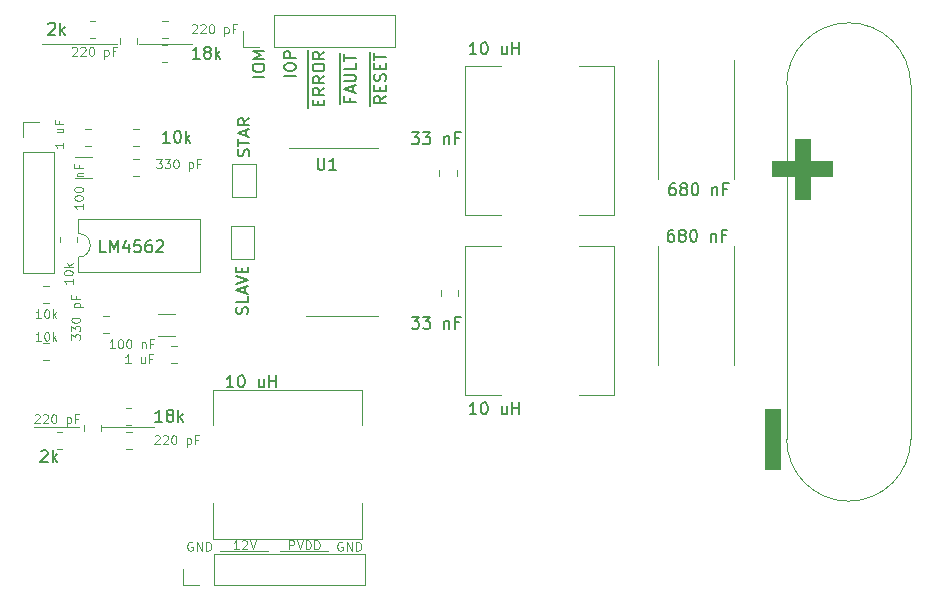
<source format=gbr>
%TF.GenerationSoftware,KiCad,Pcbnew,(5.1.9)-1*%
%TF.CreationDate,2021-11-30T23:52:57-06:00*%
%TF.ProjectId,Discrete_Channel,44697363-7265-4746-955f-4368616e6e65,rev?*%
%TF.SameCoordinates,Original*%
%TF.FileFunction,Legend,Top*%
%TF.FilePolarity,Positive*%
%FSLAX46Y46*%
G04 Gerber Fmt 4.6, Leading zero omitted, Abs format (unit mm)*
G04 Created by KiCad (PCBNEW (5.1.9)-1) date 2021-11-30 23:52:57*
%MOMM*%
%LPD*%
G01*
G04 APERTURE LIST*
%ADD10C,0.100000*%
%ADD11C,0.120000*%
%ADD12C,0.150000*%
G04 APERTURE END LIST*
D10*
X128206571Y-108464000D02*
X128135142Y-108428285D01*
X128028000Y-108428285D01*
X127920857Y-108464000D01*
X127849428Y-108535428D01*
X127813714Y-108606857D01*
X127778000Y-108749714D01*
X127778000Y-108856857D01*
X127813714Y-108999714D01*
X127849428Y-109071142D01*
X127920857Y-109142571D01*
X128028000Y-109178285D01*
X128099428Y-109178285D01*
X128206571Y-109142571D01*
X128242285Y-109106857D01*
X128242285Y-108856857D01*
X128099428Y-108856857D01*
X128563714Y-109178285D02*
X128563714Y-108428285D01*
X128992285Y-109178285D01*
X128992285Y-108428285D01*
X129349428Y-109178285D02*
X129349428Y-108428285D01*
X129528000Y-108428285D01*
X129635142Y-108464000D01*
X129706571Y-108535428D01*
X129742285Y-108606857D01*
X129778000Y-108749714D01*
X129778000Y-108856857D01*
X129742285Y-108999714D01*
X129706571Y-109071142D01*
X129635142Y-109142571D01*
X129528000Y-109178285D01*
X129349428Y-109178285D01*
X140906571Y-108464000D02*
X140835142Y-108428285D01*
X140728000Y-108428285D01*
X140620857Y-108464000D01*
X140549428Y-108535428D01*
X140513714Y-108606857D01*
X140478000Y-108749714D01*
X140478000Y-108856857D01*
X140513714Y-108999714D01*
X140549428Y-109071142D01*
X140620857Y-109142571D01*
X140728000Y-109178285D01*
X140799428Y-109178285D01*
X140906571Y-109142571D01*
X140942285Y-109106857D01*
X140942285Y-108856857D01*
X140799428Y-108856857D01*
X141263714Y-109178285D02*
X141263714Y-108428285D01*
X141692285Y-109178285D01*
X141692285Y-108428285D01*
X142049428Y-109178285D02*
X142049428Y-108428285D01*
X142228000Y-108428285D01*
X142335142Y-108464000D01*
X142406571Y-108535428D01*
X142442285Y-108606857D01*
X142478000Y-108749714D01*
X142478000Y-108856857D01*
X142442285Y-108999714D01*
X142406571Y-109071142D01*
X142335142Y-109142571D01*
X142228000Y-109178285D01*
X142049428Y-109178285D01*
D11*
X130556000Y-109220000D02*
X134620000Y-109220000D01*
X135636000Y-109220000D02*
X139700000Y-109220000D01*
D10*
X136400142Y-109051285D02*
X136400142Y-108301285D01*
X136685857Y-108301285D01*
X136757285Y-108337000D01*
X136793000Y-108372714D01*
X136828714Y-108444142D01*
X136828714Y-108551285D01*
X136793000Y-108622714D01*
X136757285Y-108658428D01*
X136685857Y-108694142D01*
X136400142Y-108694142D01*
X137043000Y-108301285D02*
X137293000Y-109051285D01*
X137543000Y-108301285D01*
X137793000Y-109051285D02*
X137793000Y-108301285D01*
X137971571Y-108301285D01*
X138078714Y-108337000D01*
X138150142Y-108408428D01*
X138185857Y-108479857D01*
X138221571Y-108622714D01*
X138221571Y-108729857D01*
X138185857Y-108872714D01*
X138150142Y-108944142D01*
X138078714Y-109015571D01*
X137971571Y-109051285D01*
X137793000Y-109051285D01*
X138543000Y-109051285D02*
X138543000Y-108301285D01*
X138721571Y-108301285D01*
X138828714Y-108337000D01*
X138900142Y-108408428D01*
X138935857Y-108479857D01*
X138971571Y-108622714D01*
X138971571Y-108729857D01*
X138935857Y-108872714D01*
X138900142Y-108944142D01*
X138828714Y-109015571D01*
X138721571Y-109051285D01*
X138543000Y-109051285D01*
X132123714Y-109051285D02*
X131695142Y-109051285D01*
X131909428Y-109051285D02*
X131909428Y-108301285D01*
X131838000Y-108408428D01*
X131766571Y-108479857D01*
X131695142Y-108515571D01*
X132409428Y-108372714D02*
X132445142Y-108337000D01*
X132516571Y-108301285D01*
X132695142Y-108301285D01*
X132766571Y-108337000D01*
X132802285Y-108372714D01*
X132838000Y-108444142D01*
X132838000Y-108515571D01*
X132802285Y-108622714D01*
X132373714Y-109051285D01*
X132838000Y-109051285D01*
X133052285Y-108301285D02*
X133302285Y-109051285D01*
X133552285Y-108301285D01*
D12*
X143230000Y-71476904D02*
X143230000Y-70476904D01*
X144597380Y-70667380D02*
X144121190Y-71000714D01*
X144597380Y-71238809D02*
X143597380Y-71238809D01*
X143597380Y-70857857D01*
X143645000Y-70762619D01*
X143692619Y-70715000D01*
X143787857Y-70667380D01*
X143930714Y-70667380D01*
X144025952Y-70715000D01*
X144073571Y-70762619D01*
X144121190Y-70857857D01*
X144121190Y-71238809D01*
X143230000Y-70476904D02*
X143230000Y-69572142D01*
X144073571Y-70238809D02*
X144073571Y-69905476D01*
X144597380Y-69762619D02*
X144597380Y-70238809D01*
X143597380Y-70238809D01*
X143597380Y-69762619D01*
X143230000Y-69572142D02*
X143230000Y-68619761D01*
X144549761Y-69381666D02*
X144597380Y-69238809D01*
X144597380Y-69000714D01*
X144549761Y-68905476D01*
X144502142Y-68857857D01*
X144406904Y-68810238D01*
X144311666Y-68810238D01*
X144216428Y-68857857D01*
X144168809Y-68905476D01*
X144121190Y-69000714D01*
X144073571Y-69191190D01*
X144025952Y-69286428D01*
X143978333Y-69334047D01*
X143883095Y-69381666D01*
X143787857Y-69381666D01*
X143692619Y-69334047D01*
X143645000Y-69286428D01*
X143597380Y-69191190D01*
X143597380Y-68953095D01*
X143645000Y-68810238D01*
X143230000Y-68619761D02*
X143230000Y-67715000D01*
X144073571Y-68381666D02*
X144073571Y-68048333D01*
X144597380Y-67905476D02*
X144597380Y-68381666D01*
X143597380Y-68381666D01*
X143597380Y-67905476D01*
X143230000Y-67715000D02*
X143230000Y-66953095D01*
X143597380Y-67619761D02*
X143597380Y-67048333D01*
X144597380Y-67334047D02*
X143597380Y-67334047D01*
X140690000Y-71381666D02*
X140690000Y-70524523D01*
X141533571Y-70810238D02*
X141533571Y-71143571D01*
X142057380Y-71143571D02*
X141057380Y-71143571D01*
X141057380Y-70667380D01*
X140690000Y-70524523D02*
X140690000Y-69667380D01*
X141771666Y-70334047D02*
X141771666Y-69857857D01*
X142057380Y-70429285D02*
X141057380Y-70095952D01*
X142057380Y-69762619D01*
X140690000Y-69667380D02*
X140690000Y-68619761D01*
X141057380Y-69429285D02*
X141866904Y-69429285D01*
X141962142Y-69381666D01*
X142009761Y-69334047D01*
X142057380Y-69238809D01*
X142057380Y-69048333D01*
X142009761Y-68953095D01*
X141962142Y-68905476D01*
X141866904Y-68857857D01*
X141057380Y-68857857D01*
X140690000Y-68619761D02*
X140690000Y-67810238D01*
X142057380Y-67905476D02*
X142057380Y-68381666D01*
X141057380Y-68381666D01*
X140690000Y-67810238D02*
X140690000Y-67048333D01*
X141057380Y-67715000D02*
X141057380Y-67143571D01*
X142057380Y-67429285D02*
X141057380Y-67429285D01*
X138023000Y-71691190D02*
X138023000Y-70786428D01*
X138866571Y-71453095D02*
X138866571Y-71119761D01*
X139390380Y-70976904D02*
X139390380Y-71453095D01*
X138390380Y-71453095D01*
X138390380Y-70976904D01*
X138023000Y-70786428D02*
X138023000Y-69786428D01*
X139390380Y-69976904D02*
X138914190Y-70310238D01*
X139390380Y-70548333D02*
X138390380Y-70548333D01*
X138390380Y-70167380D01*
X138438000Y-70072142D01*
X138485619Y-70024523D01*
X138580857Y-69976904D01*
X138723714Y-69976904D01*
X138818952Y-70024523D01*
X138866571Y-70072142D01*
X138914190Y-70167380D01*
X138914190Y-70548333D01*
X138023000Y-69786428D02*
X138023000Y-68786428D01*
X139390380Y-68976904D02*
X138914190Y-69310238D01*
X139390380Y-69548333D02*
X138390380Y-69548333D01*
X138390380Y-69167380D01*
X138438000Y-69072142D01*
X138485619Y-69024523D01*
X138580857Y-68976904D01*
X138723714Y-68976904D01*
X138818952Y-69024523D01*
X138866571Y-69072142D01*
X138914190Y-69167380D01*
X138914190Y-69548333D01*
X138023000Y-68786428D02*
X138023000Y-67738809D01*
X138390380Y-68357857D02*
X138390380Y-68167380D01*
X138438000Y-68072142D01*
X138533238Y-67976904D01*
X138723714Y-67929285D01*
X139057047Y-67929285D01*
X139247523Y-67976904D01*
X139342761Y-68072142D01*
X139390380Y-68167380D01*
X139390380Y-68357857D01*
X139342761Y-68453095D01*
X139247523Y-68548333D01*
X139057047Y-68595952D01*
X138723714Y-68595952D01*
X138533238Y-68548333D01*
X138438000Y-68453095D01*
X138390380Y-68357857D01*
X138023000Y-67738809D02*
X138023000Y-66738809D01*
X139390380Y-66929285D02*
X138914190Y-67262619D01*
X139390380Y-67500714D02*
X138390380Y-67500714D01*
X138390380Y-67119761D01*
X138438000Y-67024523D01*
X138485619Y-66976904D01*
X138580857Y-66929285D01*
X138723714Y-66929285D01*
X138818952Y-66976904D01*
X138866571Y-67024523D01*
X138914190Y-67119761D01*
X138914190Y-67500714D01*
X136977380Y-68968809D02*
X135977380Y-68968809D01*
X135977380Y-68302142D02*
X135977380Y-68111666D01*
X136025000Y-68016428D01*
X136120238Y-67921190D01*
X136310714Y-67873571D01*
X136644047Y-67873571D01*
X136834523Y-67921190D01*
X136929761Y-68016428D01*
X136977380Y-68111666D01*
X136977380Y-68302142D01*
X136929761Y-68397380D01*
X136834523Y-68492619D01*
X136644047Y-68540238D01*
X136310714Y-68540238D01*
X136120238Y-68492619D01*
X136025000Y-68397380D01*
X135977380Y-68302142D01*
X136977380Y-67445000D02*
X135977380Y-67445000D01*
X135977380Y-67064047D01*
X136025000Y-66968809D01*
X136072619Y-66921190D01*
X136167857Y-66873571D01*
X136310714Y-66873571D01*
X136405952Y-66921190D01*
X136453571Y-66968809D01*
X136501190Y-67064047D01*
X136501190Y-67445000D01*
X134310380Y-69040238D02*
X133310380Y-69040238D01*
X133310380Y-68373571D02*
X133310380Y-68183095D01*
X133358000Y-68087857D01*
X133453238Y-67992619D01*
X133643714Y-67945000D01*
X133977047Y-67945000D01*
X134167523Y-67992619D01*
X134262761Y-68087857D01*
X134310380Y-68183095D01*
X134310380Y-68373571D01*
X134262761Y-68468809D01*
X134167523Y-68564047D01*
X133977047Y-68611666D01*
X133643714Y-68611666D01*
X133453238Y-68564047D01*
X133358000Y-68468809D01*
X133310380Y-68373571D01*
X134310380Y-67516428D02*
X133310380Y-67516428D01*
X134024666Y-67183095D01*
X133310380Y-66849761D01*
X134310380Y-66849761D01*
D11*
X123698000Y-66294000D02*
X128143000Y-66294000D01*
X121793000Y-66294000D02*
X115443000Y-66294000D01*
X118618000Y-98679000D02*
X114808000Y-98679000D01*
X120523000Y-98679000D02*
X124968000Y-98679000D01*
D10*
G36*
X177927000Y-102235000D02*
G01*
X176657000Y-102235000D01*
X176657000Y-97155000D01*
X177927000Y-97155000D01*
X177927000Y-102235000D01*
G37*
X177927000Y-102235000D02*
X176657000Y-102235000D01*
X176657000Y-97155000D01*
X177927000Y-97155000D01*
X177927000Y-102235000D01*
G36*
X182372000Y-77470000D02*
G01*
X177292000Y-77470000D01*
X177292000Y-76200000D01*
X182372000Y-76200000D01*
X182372000Y-77470000D01*
G37*
X182372000Y-77470000D02*
X177292000Y-77470000D01*
X177292000Y-76200000D01*
X182372000Y-76200000D01*
X182372000Y-77470000D01*
G36*
X180467000Y-79375000D02*
G01*
X179197000Y-79375000D01*
X179197000Y-74295000D01*
X180467000Y-74295000D01*
X180467000Y-79375000D01*
G37*
X180467000Y-79375000D02*
X179197000Y-79375000D01*
X179197000Y-74295000D01*
X180467000Y-74295000D01*
X180467000Y-79375000D01*
D11*
%TO.C,U1*%
X140843000Y-75041500D02*
X136343000Y-75041500D01*
X140843000Y-75041500D02*
X143893000Y-75041500D01*
X140843000Y-89296500D02*
X137793000Y-89296500D01*
X140843000Y-89296500D02*
X143893000Y-89296500D01*
%TO.C,C31*%
X174065000Y-93408000D02*
X174065000Y-83375000D01*
X167588000Y-83375000D02*
X167588000Y-93408000D01*
%TO.C,C30*%
X174065000Y-77660000D02*
X174065000Y-67627000D01*
X167588000Y-67627000D02*
X167588000Y-77660000D01*
%TO.C,C10*%
X119662752Y-74903000D02*
X119140248Y-74903000D01*
X119662752Y-73433000D02*
X119140248Y-73433000D01*
%TO.C,C11*%
X126357748Y-93318000D02*
X126880252Y-93318000D01*
X126357748Y-91848000D02*
X126880252Y-91848000D01*
%TO.C,C12*%
X119710252Y-75798000D02*
X118287748Y-75798000D01*
X119710252Y-77618000D02*
X118287748Y-77618000D01*
%TO.C,C13*%
X125272748Y-89133000D02*
X126695252Y-89133000D01*
X125272748Y-90953000D02*
X126695252Y-90953000D01*
%TO.C,C19*%
X121165252Y-89308000D02*
X120642748Y-89308000D01*
X121165252Y-90778000D02*
X120642748Y-90778000D01*
%TO.C,C18*%
X123705252Y-77443000D02*
X123182748Y-77443000D01*
X123705252Y-75973000D02*
X123182748Y-75973000D01*
%TO.C,C22*%
X150722000Y-87637252D02*
X150722000Y-87114748D01*
X149252000Y-87637252D02*
X149252000Y-87114748D01*
%TO.C,C24*%
X150595000Y-76954748D02*
X150595000Y-77477252D01*
X149125000Y-76954748D02*
X149125000Y-77477252D01*
%TO.C,C26*%
X122074000Y-66301252D02*
X122074000Y-65778748D01*
X123544000Y-66301252D02*
X123544000Y-65778748D01*
%TO.C,C27*%
X120496000Y-98544748D02*
X120496000Y-99067252D01*
X119026000Y-98544748D02*
X119026000Y-99067252D01*
%TO.C,C28*%
X125595748Y-65759000D02*
X126118252Y-65759000D01*
X125595748Y-64289000D02*
X126118252Y-64289000D01*
%TO.C,C29*%
X122547748Y-99087000D02*
X123070252Y-99087000D01*
X122547748Y-100557000D02*
X123070252Y-100557000D01*
%TO.C,J1*%
X132528000Y-66481000D02*
X132528000Y-65151000D01*
X133858000Y-66481000D02*
X132528000Y-66481000D01*
X135128000Y-66481000D02*
X135128000Y-63821000D01*
X135128000Y-63821000D02*
X145348000Y-63821000D01*
X135128000Y-66481000D02*
X145348000Y-66481000D01*
X145348000Y-66481000D02*
X145348000Y-63821000D01*
%TO.C,J3*%
X113859000Y-85658000D02*
X116519000Y-85658000D01*
X113859000Y-75438000D02*
X113859000Y-85658000D01*
X116519000Y-75438000D02*
X116519000Y-85658000D01*
X113859000Y-75438000D02*
X116519000Y-75438000D01*
X113859000Y-74168000D02*
X113859000Y-72838000D01*
X113859000Y-72838000D02*
X115189000Y-72838000D01*
%TO.C,L1*%
X129971000Y-108154000D02*
X129971000Y-105154000D01*
X142571000Y-108154000D02*
X129971000Y-108154000D01*
X142571000Y-105154000D02*
X142571000Y-108154000D01*
X142571000Y-95554000D02*
X142571000Y-98554000D01*
X129971000Y-95554000D02*
X142571000Y-95554000D01*
X129971000Y-98554000D02*
X129971000Y-95554000D01*
%TO.C,L2*%
X151307000Y-68122000D02*
X154307000Y-68122000D01*
X151307000Y-80722000D02*
X151307000Y-68122000D01*
X154307000Y-80722000D02*
X151307000Y-80722000D01*
X163907000Y-80722000D02*
X160907000Y-80722000D01*
X163907000Y-68122000D02*
X163907000Y-80722000D01*
X160907000Y-68122000D02*
X163907000Y-68122000D01*
%TO.C,L4*%
X163907000Y-95962000D02*
X160907000Y-95962000D01*
X163907000Y-83362000D02*
X163907000Y-95962000D01*
X160907000Y-83362000D02*
X163907000Y-83362000D01*
X151307000Y-83362000D02*
X154307000Y-83362000D01*
X151307000Y-95962000D02*
X151307000Y-83362000D01*
X154307000Y-95962000D02*
X151307000Y-95962000D01*
%TO.C,R5*%
X115596936Y-86768000D02*
X116051064Y-86768000D01*
X115596936Y-88238000D02*
X116051064Y-88238000D01*
%TO.C,R6*%
X116994000Y-82576936D02*
X116994000Y-83031064D01*
X118464000Y-82576936D02*
X118464000Y-83031064D01*
%TO.C,R8*%
X116051064Y-93064000D02*
X115596936Y-93064000D01*
X116051064Y-91594000D02*
X115596936Y-91594000D01*
%TO.C,R7*%
X123216936Y-74903000D02*
X123671064Y-74903000D01*
X123216936Y-73433000D02*
X123671064Y-73433000D01*
%TO.C,R9*%
X125629936Y-67791000D02*
X126084064Y-67791000D01*
X125629936Y-66321000D02*
X126084064Y-66321000D01*
%TO.C,R10*%
X123036064Y-97055000D02*
X122581936Y-97055000D01*
X123036064Y-98525000D02*
X122581936Y-98525000D01*
%TO.C,R11*%
X119988064Y-65759000D02*
X119533936Y-65759000D01*
X119988064Y-64289000D02*
X119533936Y-64289000D01*
%TO.C,R12*%
X117194064Y-100557000D02*
X116739936Y-100557000D01*
X117194064Y-99087000D02*
X116739936Y-99087000D01*
%TO.C,J2*%
X127448000Y-112074000D02*
X127448000Y-110744000D01*
X128778000Y-112074000D02*
X127448000Y-112074000D01*
X130048000Y-112074000D02*
X130048000Y-109414000D01*
X130048000Y-109414000D02*
X142808000Y-109414000D01*
X130048000Y-112074000D02*
X142808000Y-112074000D01*
X142808000Y-112074000D02*
X142808000Y-109414000D01*
%TO.C,U2*%
X118558000Y-81062000D02*
X118558000Y-82312000D01*
X128838000Y-81062000D02*
X118558000Y-81062000D01*
X128838000Y-85562000D02*
X128838000Y-81062000D01*
X118558000Y-85562000D02*
X128838000Y-85562000D01*
X118558000Y-84312000D02*
X118558000Y-85562000D01*
X118558000Y-82312000D02*
G75*
G02*
X118558000Y-84312000I0J-1000000D01*
G01*
%TO.C,J4*%
X178519000Y-69723000D02*
X178519000Y-99723000D01*
X189019000Y-99723000D02*
X189019000Y-69723000D01*
X178519000Y-99723000D02*
G75*
G03*
X189019000Y-99723000I5250000J0D01*
G01*
X189019000Y-69723000D02*
G75*
G03*
X178519000Y-69723000I-5250000J0D01*
G01*
%TO.C,SLAVE*%
X131461000Y-81673000D02*
X133461000Y-81673000D01*
X131461000Y-84473000D02*
X131461000Y-81673000D01*
X133461000Y-84473000D02*
X131461000Y-84473000D01*
X133461000Y-81673000D02*
X133461000Y-84473000D01*
%TO.C,STAR*%
X133588000Y-76451000D02*
X133588000Y-79251000D01*
X133588000Y-79251000D02*
X131588000Y-79251000D01*
X131588000Y-79251000D02*
X131588000Y-76451000D01*
X131588000Y-76451000D02*
X133588000Y-76451000D01*
%TO.C,U1*%
D12*
X138811095Y-75906380D02*
X138811095Y-76715904D01*
X138858714Y-76811142D01*
X138906333Y-76858761D01*
X139001571Y-76906380D01*
X139192047Y-76906380D01*
X139287285Y-76858761D01*
X139334904Y-76811142D01*
X139382523Y-76715904D01*
X139382523Y-75906380D01*
X140382523Y-76906380D02*
X139811095Y-76906380D01*
X140096809Y-76906380D02*
X140096809Y-75906380D01*
X140001571Y-76049238D01*
X139906333Y-76144476D01*
X139811095Y-76192095D01*
%TO.C,C31*%
X168918190Y-82002380D02*
X168727714Y-82002380D01*
X168632476Y-82050000D01*
X168584857Y-82097619D01*
X168489619Y-82240476D01*
X168442000Y-82430952D01*
X168442000Y-82811904D01*
X168489619Y-82907142D01*
X168537238Y-82954761D01*
X168632476Y-83002380D01*
X168822952Y-83002380D01*
X168918190Y-82954761D01*
X168965809Y-82907142D01*
X169013428Y-82811904D01*
X169013428Y-82573809D01*
X168965809Y-82478571D01*
X168918190Y-82430952D01*
X168822952Y-82383333D01*
X168632476Y-82383333D01*
X168537238Y-82430952D01*
X168489619Y-82478571D01*
X168442000Y-82573809D01*
X169584857Y-82430952D02*
X169489619Y-82383333D01*
X169442000Y-82335714D01*
X169394380Y-82240476D01*
X169394380Y-82192857D01*
X169442000Y-82097619D01*
X169489619Y-82050000D01*
X169584857Y-82002380D01*
X169775333Y-82002380D01*
X169870571Y-82050000D01*
X169918190Y-82097619D01*
X169965809Y-82192857D01*
X169965809Y-82240476D01*
X169918190Y-82335714D01*
X169870571Y-82383333D01*
X169775333Y-82430952D01*
X169584857Y-82430952D01*
X169489619Y-82478571D01*
X169442000Y-82526190D01*
X169394380Y-82621428D01*
X169394380Y-82811904D01*
X169442000Y-82907142D01*
X169489619Y-82954761D01*
X169584857Y-83002380D01*
X169775333Y-83002380D01*
X169870571Y-82954761D01*
X169918190Y-82907142D01*
X169965809Y-82811904D01*
X169965809Y-82621428D01*
X169918190Y-82526190D01*
X169870571Y-82478571D01*
X169775333Y-82430952D01*
X170584857Y-82002380D02*
X170680095Y-82002380D01*
X170775333Y-82050000D01*
X170822952Y-82097619D01*
X170870571Y-82192857D01*
X170918190Y-82383333D01*
X170918190Y-82621428D01*
X170870571Y-82811904D01*
X170822952Y-82907142D01*
X170775333Y-82954761D01*
X170680095Y-83002380D01*
X170584857Y-83002380D01*
X170489619Y-82954761D01*
X170442000Y-82907142D01*
X170394380Y-82811904D01*
X170346761Y-82621428D01*
X170346761Y-82383333D01*
X170394380Y-82192857D01*
X170442000Y-82097619D01*
X170489619Y-82050000D01*
X170584857Y-82002380D01*
X172108666Y-82335714D02*
X172108666Y-83002380D01*
X172108666Y-82430952D02*
X172156285Y-82383333D01*
X172251523Y-82335714D01*
X172394380Y-82335714D01*
X172489619Y-82383333D01*
X172537238Y-82478571D01*
X172537238Y-83002380D01*
X173346761Y-82478571D02*
X173013428Y-82478571D01*
X173013428Y-83002380D02*
X173013428Y-82002380D01*
X173489619Y-82002380D01*
%TO.C,C30*%
X169045190Y-78065380D02*
X168854714Y-78065380D01*
X168759476Y-78113000D01*
X168711857Y-78160619D01*
X168616619Y-78303476D01*
X168569000Y-78493952D01*
X168569000Y-78874904D01*
X168616619Y-78970142D01*
X168664238Y-79017761D01*
X168759476Y-79065380D01*
X168949952Y-79065380D01*
X169045190Y-79017761D01*
X169092809Y-78970142D01*
X169140428Y-78874904D01*
X169140428Y-78636809D01*
X169092809Y-78541571D01*
X169045190Y-78493952D01*
X168949952Y-78446333D01*
X168759476Y-78446333D01*
X168664238Y-78493952D01*
X168616619Y-78541571D01*
X168569000Y-78636809D01*
X169711857Y-78493952D02*
X169616619Y-78446333D01*
X169569000Y-78398714D01*
X169521380Y-78303476D01*
X169521380Y-78255857D01*
X169569000Y-78160619D01*
X169616619Y-78113000D01*
X169711857Y-78065380D01*
X169902333Y-78065380D01*
X169997571Y-78113000D01*
X170045190Y-78160619D01*
X170092809Y-78255857D01*
X170092809Y-78303476D01*
X170045190Y-78398714D01*
X169997571Y-78446333D01*
X169902333Y-78493952D01*
X169711857Y-78493952D01*
X169616619Y-78541571D01*
X169569000Y-78589190D01*
X169521380Y-78684428D01*
X169521380Y-78874904D01*
X169569000Y-78970142D01*
X169616619Y-79017761D01*
X169711857Y-79065380D01*
X169902333Y-79065380D01*
X169997571Y-79017761D01*
X170045190Y-78970142D01*
X170092809Y-78874904D01*
X170092809Y-78684428D01*
X170045190Y-78589190D01*
X169997571Y-78541571D01*
X169902333Y-78493952D01*
X170711857Y-78065380D02*
X170807095Y-78065380D01*
X170902333Y-78113000D01*
X170949952Y-78160619D01*
X170997571Y-78255857D01*
X171045190Y-78446333D01*
X171045190Y-78684428D01*
X170997571Y-78874904D01*
X170949952Y-78970142D01*
X170902333Y-79017761D01*
X170807095Y-79065380D01*
X170711857Y-79065380D01*
X170616619Y-79017761D01*
X170569000Y-78970142D01*
X170521380Y-78874904D01*
X170473761Y-78684428D01*
X170473761Y-78446333D01*
X170521380Y-78255857D01*
X170569000Y-78160619D01*
X170616619Y-78113000D01*
X170711857Y-78065380D01*
X172235666Y-78398714D02*
X172235666Y-79065380D01*
X172235666Y-78493952D02*
X172283285Y-78446333D01*
X172378523Y-78398714D01*
X172521380Y-78398714D01*
X172616619Y-78446333D01*
X172664238Y-78541571D01*
X172664238Y-79065380D01*
X173473761Y-78541571D02*
X173140428Y-78541571D01*
X173140428Y-79065380D02*
X173140428Y-78065380D01*
X173616619Y-78065380D01*
%TO.C,C10*%
D10*
X117280885Y-74646142D02*
X117280885Y-75074714D01*
X117280885Y-74860428D02*
X116530885Y-74860428D01*
X116638028Y-74931857D01*
X116709457Y-75003285D01*
X116745171Y-75074714D01*
X116780885Y-73431857D02*
X117280885Y-73431857D01*
X116780885Y-73753285D02*
X117173742Y-73753285D01*
X117245171Y-73717571D01*
X117280885Y-73646142D01*
X117280885Y-73539000D01*
X117245171Y-73467571D01*
X117209457Y-73431857D01*
X116888028Y-72824714D02*
X116888028Y-73074714D01*
X117280885Y-73074714D02*
X116530885Y-73074714D01*
X116530885Y-72717571D01*
%TO.C,C11*%
X122965857Y-93303285D02*
X122537285Y-93303285D01*
X122751571Y-93303285D02*
X122751571Y-92553285D01*
X122680142Y-92660428D01*
X122608714Y-92731857D01*
X122537285Y-92767571D01*
X124180142Y-92803285D02*
X124180142Y-93303285D01*
X123858714Y-92803285D02*
X123858714Y-93196142D01*
X123894428Y-93267571D01*
X123965857Y-93303285D01*
X124073000Y-93303285D01*
X124144428Y-93267571D01*
X124180142Y-93231857D01*
X124787285Y-92910428D02*
X124537285Y-92910428D01*
X124537285Y-93303285D02*
X124537285Y-92553285D01*
X124894428Y-92553285D01*
%TO.C,C12*%
X118957285Y-79805428D02*
X118957285Y-80234000D01*
X118957285Y-80019714D02*
X118207285Y-80019714D01*
X118314428Y-80091142D01*
X118385857Y-80162571D01*
X118421571Y-80234000D01*
X118207285Y-79341142D02*
X118207285Y-79269714D01*
X118243000Y-79198285D01*
X118278714Y-79162571D01*
X118350142Y-79126857D01*
X118493000Y-79091142D01*
X118671571Y-79091142D01*
X118814428Y-79126857D01*
X118885857Y-79162571D01*
X118921571Y-79198285D01*
X118957285Y-79269714D01*
X118957285Y-79341142D01*
X118921571Y-79412571D01*
X118885857Y-79448285D01*
X118814428Y-79484000D01*
X118671571Y-79519714D01*
X118493000Y-79519714D01*
X118350142Y-79484000D01*
X118278714Y-79448285D01*
X118243000Y-79412571D01*
X118207285Y-79341142D01*
X118207285Y-78626857D02*
X118207285Y-78555428D01*
X118243000Y-78484000D01*
X118278714Y-78448285D01*
X118350142Y-78412571D01*
X118493000Y-78376857D01*
X118671571Y-78376857D01*
X118814428Y-78412571D01*
X118885857Y-78448285D01*
X118921571Y-78484000D01*
X118957285Y-78555428D01*
X118957285Y-78626857D01*
X118921571Y-78698285D01*
X118885857Y-78734000D01*
X118814428Y-78769714D01*
X118671571Y-78805428D01*
X118493000Y-78805428D01*
X118350142Y-78769714D01*
X118278714Y-78734000D01*
X118243000Y-78698285D01*
X118207285Y-78626857D01*
X118457285Y-77484000D02*
X118957285Y-77484000D01*
X118528714Y-77484000D02*
X118493000Y-77448285D01*
X118457285Y-77376857D01*
X118457285Y-77269714D01*
X118493000Y-77198285D01*
X118564428Y-77162571D01*
X118957285Y-77162571D01*
X118564428Y-76555428D02*
X118564428Y-76805428D01*
X118957285Y-76805428D02*
X118207285Y-76805428D01*
X118207285Y-76448285D01*
%TO.C,C13*%
X121616571Y-92033285D02*
X121188000Y-92033285D01*
X121402285Y-92033285D02*
X121402285Y-91283285D01*
X121330857Y-91390428D01*
X121259428Y-91461857D01*
X121188000Y-91497571D01*
X122080857Y-91283285D02*
X122152285Y-91283285D01*
X122223714Y-91319000D01*
X122259428Y-91354714D01*
X122295142Y-91426142D01*
X122330857Y-91569000D01*
X122330857Y-91747571D01*
X122295142Y-91890428D01*
X122259428Y-91961857D01*
X122223714Y-91997571D01*
X122152285Y-92033285D01*
X122080857Y-92033285D01*
X122009428Y-91997571D01*
X121973714Y-91961857D01*
X121938000Y-91890428D01*
X121902285Y-91747571D01*
X121902285Y-91569000D01*
X121938000Y-91426142D01*
X121973714Y-91354714D01*
X122009428Y-91319000D01*
X122080857Y-91283285D01*
X122795142Y-91283285D02*
X122866571Y-91283285D01*
X122938000Y-91319000D01*
X122973714Y-91354714D01*
X123009428Y-91426142D01*
X123045142Y-91569000D01*
X123045142Y-91747571D01*
X123009428Y-91890428D01*
X122973714Y-91961857D01*
X122938000Y-91997571D01*
X122866571Y-92033285D01*
X122795142Y-92033285D01*
X122723714Y-91997571D01*
X122688000Y-91961857D01*
X122652285Y-91890428D01*
X122616571Y-91747571D01*
X122616571Y-91569000D01*
X122652285Y-91426142D01*
X122688000Y-91354714D01*
X122723714Y-91319000D01*
X122795142Y-91283285D01*
X123938000Y-91533285D02*
X123938000Y-92033285D01*
X123938000Y-91604714D02*
X123973714Y-91569000D01*
X124045142Y-91533285D01*
X124152285Y-91533285D01*
X124223714Y-91569000D01*
X124259428Y-91640428D01*
X124259428Y-92033285D01*
X124866571Y-91640428D02*
X124616571Y-91640428D01*
X124616571Y-92033285D02*
X124616571Y-91283285D01*
X124973714Y-91283285D01*
%TO.C,C19*%
X117953285Y-91318714D02*
X117953285Y-90854428D01*
X118239000Y-91104428D01*
X118239000Y-90997285D01*
X118274714Y-90925857D01*
X118310428Y-90890142D01*
X118381857Y-90854428D01*
X118560428Y-90854428D01*
X118631857Y-90890142D01*
X118667571Y-90925857D01*
X118703285Y-90997285D01*
X118703285Y-91211571D01*
X118667571Y-91283000D01*
X118631857Y-91318714D01*
X117953285Y-90604428D02*
X117953285Y-90140142D01*
X118239000Y-90390142D01*
X118239000Y-90283000D01*
X118274714Y-90211571D01*
X118310428Y-90175857D01*
X118381857Y-90140142D01*
X118560428Y-90140142D01*
X118631857Y-90175857D01*
X118667571Y-90211571D01*
X118703285Y-90283000D01*
X118703285Y-90497285D01*
X118667571Y-90568714D01*
X118631857Y-90604428D01*
X117953285Y-89675857D02*
X117953285Y-89604428D01*
X117989000Y-89533000D01*
X118024714Y-89497285D01*
X118096142Y-89461571D01*
X118239000Y-89425857D01*
X118417571Y-89425857D01*
X118560428Y-89461571D01*
X118631857Y-89497285D01*
X118667571Y-89533000D01*
X118703285Y-89604428D01*
X118703285Y-89675857D01*
X118667571Y-89747285D01*
X118631857Y-89783000D01*
X118560428Y-89818714D01*
X118417571Y-89854428D01*
X118239000Y-89854428D01*
X118096142Y-89818714D01*
X118024714Y-89783000D01*
X117989000Y-89747285D01*
X117953285Y-89675857D01*
X118203285Y-88533000D02*
X118953285Y-88533000D01*
X118239000Y-88533000D02*
X118203285Y-88461571D01*
X118203285Y-88318714D01*
X118239000Y-88247285D01*
X118274714Y-88211571D01*
X118346142Y-88175857D01*
X118560428Y-88175857D01*
X118631857Y-88211571D01*
X118667571Y-88247285D01*
X118703285Y-88318714D01*
X118703285Y-88461571D01*
X118667571Y-88533000D01*
X118310428Y-87604428D02*
X118310428Y-87854428D01*
X118703285Y-87854428D02*
X117953285Y-87854428D01*
X117953285Y-87497285D01*
%TO.C,C18*%
X125140085Y-76043285D02*
X125604371Y-76043285D01*
X125354371Y-76329000D01*
X125461514Y-76329000D01*
X125532942Y-76364714D01*
X125568657Y-76400428D01*
X125604371Y-76471857D01*
X125604371Y-76650428D01*
X125568657Y-76721857D01*
X125532942Y-76757571D01*
X125461514Y-76793285D01*
X125247228Y-76793285D01*
X125175800Y-76757571D01*
X125140085Y-76721857D01*
X125854371Y-76043285D02*
X126318657Y-76043285D01*
X126068657Y-76329000D01*
X126175800Y-76329000D01*
X126247228Y-76364714D01*
X126282942Y-76400428D01*
X126318657Y-76471857D01*
X126318657Y-76650428D01*
X126282942Y-76721857D01*
X126247228Y-76757571D01*
X126175800Y-76793285D01*
X125961514Y-76793285D01*
X125890085Y-76757571D01*
X125854371Y-76721857D01*
X126782942Y-76043285D02*
X126854371Y-76043285D01*
X126925800Y-76079000D01*
X126961514Y-76114714D01*
X126997228Y-76186142D01*
X127032942Y-76329000D01*
X127032942Y-76507571D01*
X126997228Y-76650428D01*
X126961514Y-76721857D01*
X126925800Y-76757571D01*
X126854371Y-76793285D01*
X126782942Y-76793285D01*
X126711514Y-76757571D01*
X126675800Y-76721857D01*
X126640085Y-76650428D01*
X126604371Y-76507571D01*
X126604371Y-76329000D01*
X126640085Y-76186142D01*
X126675800Y-76114714D01*
X126711514Y-76079000D01*
X126782942Y-76043285D01*
X127925800Y-76293285D02*
X127925800Y-77043285D01*
X127925800Y-76329000D02*
X127997228Y-76293285D01*
X128140085Y-76293285D01*
X128211514Y-76329000D01*
X128247228Y-76364714D01*
X128282942Y-76436142D01*
X128282942Y-76650428D01*
X128247228Y-76721857D01*
X128211514Y-76757571D01*
X128140085Y-76793285D01*
X127997228Y-76793285D01*
X127925800Y-76757571D01*
X128854371Y-76400428D02*
X128604371Y-76400428D01*
X128604371Y-76793285D02*
X128604371Y-76043285D01*
X128961514Y-76043285D01*
%TO.C,C22*%
D12*
X146772571Y-89368380D02*
X147391619Y-89368380D01*
X147058285Y-89749333D01*
X147201142Y-89749333D01*
X147296380Y-89796952D01*
X147344000Y-89844571D01*
X147391619Y-89939809D01*
X147391619Y-90177904D01*
X147344000Y-90273142D01*
X147296380Y-90320761D01*
X147201142Y-90368380D01*
X146915428Y-90368380D01*
X146820190Y-90320761D01*
X146772571Y-90273142D01*
X147724952Y-89368380D02*
X148344000Y-89368380D01*
X148010666Y-89749333D01*
X148153523Y-89749333D01*
X148248761Y-89796952D01*
X148296380Y-89844571D01*
X148344000Y-89939809D01*
X148344000Y-90177904D01*
X148296380Y-90273142D01*
X148248761Y-90320761D01*
X148153523Y-90368380D01*
X147867809Y-90368380D01*
X147772571Y-90320761D01*
X147724952Y-90273142D01*
X149534476Y-89701714D02*
X149534476Y-90368380D01*
X149534476Y-89796952D02*
X149582095Y-89749333D01*
X149677333Y-89701714D01*
X149820190Y-89701714D01*
X149915428Y-89749333D01*
X149963047Y-89844571D01*
X149963047Y-90368380D01*
X150772571Y-89844571D02*
X150439238Y-89844571D01*
X150439238Y-90368380D02*
X150439238Y-89368380D01*
X150915428Y-89368380D01*
%TO.C,C24*%
X146772571Y-73747380D02*
X147391619Y-73747380D01*
X147058285Y-74128333D01*
X147201142Y-74128333D01*
X147296380Y-74175952D01*
X147344000Y-74223571D01*
X147391619Y-74318809D01*
X147391619Y-74556904D01*
X147344000Y-74652142D01*
X147296380Y-74699761D01*
X147201142Y-74747380D01*
X146915428Y-74747380D01*
X146820190Y-74699761D01*
X146772571Y-74652142D01*
X147724952Y-73747380D02*
X148344000Y-73747380D01*
X148010666Y-74128333D01*
X148153523Y-74128333D01*
X148248761Y-74175952D01*
X148296380Y-74223571D01*
X148344000Y-74318809D01*
X148344000Y-74556904D01*
X148296380Y-74652142D01*
X148248761Y-74699761D01*
X148153523Y-74747380D01*
X147867809Y-74747380D01*
X147772571Y-74699761D01*
X147724952Y-74652142D01*
X149534476Y-74080714D02*
X149534476Y-74747380D01*
X149534476Y-74175952D02*
X149582095Y-74128333D01*
X149677333Y-74080714D01*
X149820190Y-74080714D01*
X149915428Y-74128333D01*
X149963047Y-74223571D01*
X149963047Y-74747380D01*
X150772571Y-74223571D02*
X150439238Y-74223571D01*
X150439238Y-74747380D02*
X150439238Y-73747380D01*
X150915428Y-73747380D01*
%TO.C,C26*%
D10*
X118013000Y-66589714D02*
X118048714Y-66554000D01*
X118120142Y-66518285D01*
X118298714Y-66518285D01*
X118370142Y-66554000D01*
X118405857Y-66589714D01*
X118441571Y-66661142D01*
X118441571Y-66732571D01*
X118405857Y-66839714D01*
X117977285Y-67268285D01*
X118441571Y-67268285D01*
X118727285Y-66589714D02*
X118763000Y-66554000D01*
X118834428Y-66518285D01*
X119013000Y-66518285D01*
X119084428Y-66554000D01*
X119120142Y-66589714D01*
X119155857Y-66661142D01*
X119155857Y-66732571D01*
X119120142Y-66839714D01*
X118691571Y-67268285D01*
X119155857Y-67268285D01*
X119620142Y-66518285D02*
X119691571Y-66518285D01*
X119763000Y-66554000D01*
X119798714Y-66589714D01*
X119834428Y-66661142D01*
X119870142Y-66804000D01*
X119870142Y-66982571D01*
X119834428Y-67125428D01*
X119798714Y-67196857D01*
X119763000Y-67232571D01*
X119691571Y-67268285D01*
X119620142Y-67268285D01*
X119548714Y-67232571D01*
X119513000Y-67196857D01*
X119477285Y-67125428D01*
X119441571Y-66982571D01*
X119441571Y-66804000D01*
X119477285Y-66661142D01*
X119513000Y-66589714D01*
X119548714Y-66554000D01*
X119620142Y-66518285D01*
X120763000Y-66768285D02*
X120763000Y-67518285D01*
X120763000Y-66804000D02*
X120834428Y-66768285D01*
X120977285Y-66768285D01*
X121048714Y-66804000D01*
X121084428Y-66839714D01*
X121120142Y-66911142D01*
X121120142Y-67125428D01*
X121084428Y-67196857D01*
X121048714Y-67232571D01*
X120977285Y-67268285D01*
X120834428Y-67268285D01*
X120763000Y-67232571D01*
X121691571Y-66875428D02*
X121441571Y-66875428D01*
X121441571Y-67268285D02*
X121441571Y-66518285D01*
X121798714Y-66518285D01*
%TO.C,C27*%
X114838000Y-97704714D02*
X114873714Y-97669000D01*
X114945142Y-97633285D01*
X115123714Y-97633285D01*
X115195142Y-97669000D01*
X115230857Y-97704714D01*
X115266571Y-97776142D01*
X115266571Y-97847571D01*
X115230857Y-97954714D01*
X114802285Y-98383285D01*
X115266571Y-98383285D01*
X115552285Y-97704714D02*
X115588000Y-97669000D01*
X115659428Y-97633285D01*
X115838000Y-97633285D01*
X115909428Y-97669000D01*
X115945142Y-97704714D01*
X115980857Y-97776142D01*
X115980857Y-97847571D01*
X115945142Y-97954714D01*
X115516571Y-98383285D01*
X115980857Y-98383285D01*
X116445142Y-97633285D02*
X116516571Y-97633285D01*
X116588000Y-97669000D01*
X116623714Y-97704714D01*
X116659428Y-97776142D01*
X116695142Y-97919000D01*
X116695142Y-98097571D01*
X116659428Y-98240428D01*
X116623714Y-98311857D01*
X116588000Y-98347571D01*
X116516571Y-98383285D01*
X116445142Y-98383285D01*
X116373714Y-98347571D01*
X116338000Y-98311857D01*
X116302285Y-98240428D01*
X116266571Y-98097571D01*
X116266571Y-97919000D01*
X116302285Y-97776142D01*
X116338000Y-97704714D01*
X116373714Y-97669000D01*
X116445142Y-97633285D01*
X117588000Y-97883285D02*
X117588000Y-98633285D01*
X117588000Y-97919000D02*
X117659428Y-97883285D01*
X117802285Y-97883285D01*
X117873714Y-97919000D01*
X117909428Y-97954714D01*
X117945142Y-98026142D01*
X117945142Y-98240428D01*
X117909428Y-98311857D01*
X117873714Y-98347571D01*
X117802285Y-98383285D01*
X117659428Y-98383285D01*
X117588000Y-98347571D01*
X118516571Y-97990428D02*
X118266571Y-97990428D01*
X118266571Y-98383285D02*
X118266571Y-97633285D01*
X118623714Y-97633285D01*
%TO.C,C28*%
X128173000Y-64684714D02*
X128208714Y-64649000D01*
X128280142Y-64613285D01*
X128458714Y-64613285D01*
X128530142Y-64649000D01*
X128565857Y-64684714D01*
X128601571Y-64756142D01*
X128601571Y-64827571D01*
X128565857Y-64934714D01*
X128137285Y-65363285D01*
X128601571Y-65363285D01*
X128887285Y-64684714D02*
X128923000Y-64649000D01*
X128994428Y-64613285D01*
X129173000Y-64613285D01*
X129244428Y-64649000D01*
X129280142Y-64684714D01*
X129315857Y-64756142D01*
X129315857Y-64827571D01*
X129280142Y-64934714D01*
X128851571Y-65363285D01*
X129315857Y-65363285D01*
X129780142Y-64613285D02*
X129851571Y-64613285D01*
X129923000Y-64649000D01*
X129958714Y-64684714D01*
X129994428Y-64756142D01*
X130030142Y-64899000D01*
X130030142Y-65077571D01*
X129994428Y-65220428D01*
X129958714Y-65291857D01*
X129923000Y-65327571D01*
X129851571Y-65363285D01*
X129780142Y-65363285D01*
X129708714Y-65327571D01*
X129673000Y-65291857D01*
X129637285Y-65220428D01*
X129601571Y-65077571D01*
X129601571Y-64899000D01*
X129637285Y-64756142D01*
X129673000Y-64684714D01*
X129708714Y-64649000D01*
X129780142Y-64613285D01*
X130923000Y-64863285D02*
X130923000Y-65613285D01*
X130923000Y-64899000D02*
X130994428Y-64863285D01*
X131137285Y-64863285D01*
X131208714Y-64899000D01*
X131244428Y-64934714D01*
X131280142Y-65006142D01*
X131280142Y-65220428D01*
X131244428Y-65291857D01*
X131208714Y-65327571D01*
X131137285Y-65363285D01*
X130994428Y-65363285D01*
X130923000Y-65327571D01*
X131851571Y-64970428D02*
X131601571Y-64970428D01*
X131601571Y-65363285D02*
X131601571Y-64613285D01*
X131958714Y-64613285D01*
%TO.C,C29*%
X124998000Y-99482714D02*
X125033714Y-99447000D01*
X125105142Y-99411285D01*
X125283714Y-99411285D01*
X125355142Y-99447000D01*
X125390857Y-99482714D01*
X125426571Y-99554142D01*
X125426571Y-99625571D01*
X125390857Y-99732714D01*
X124962285Y-100161285D01*
X125426571Y-100161285D01*
X125712285Y-99482714D02*
X125748000Y-99447000D01*
X125819428Y-99411285D01*
X125998000Y-99411285D01*
X126069428Y-99447000D01*
X126105142Y-99482714D01*
X126140857Y-99554142D01*
X126140857Y-99625571D01*
X126105142Y-99732714D01*
X125676571Y-100161285D01*
X126140857Y-100161285D01*
X126605142Y-99411285D02*
X126676571Y-99411285D01*
X126748000Y-99447000D01*
X126783714Y-99482714D01*
X126819428Y-99554142D01*
X126855142Y-99697000D01*
X126855142Y-99875571D01*
X126819428Y-100018428D01*
X126783714Y-100089857D01*
X126748000Y-100125571D01*
X126676571Y-100161285D01*
X126605142Y-100161285D01*
X126533714Y-100125571D01*
X126498000Y-100089857D01*
X126462285Y-100018428D01*
X126426571Y-99875571D01*
X126426571Y-99697000D01*
X126462285Y-99554142D01*
X126498000Y-99482714D01*
X126533714Y-99447000D01*
X126605142Y-99411285D01*
X127748000Y-99661285D02*
X127748000Y-100411285D01*
X127748000Y-99697000D02*
X127819428Y-99661285D01*
X127962285Y-99661285D01*
X128033714Y-99697000D01*
X128069428Y-99732714D01*
X128105142Y-99804142D01*
X128105142Y-100018428D01*
X128069428Y-100089857D01*
X128033714Y-100125571D01*
X127962285Y-100161285D01*
X127819428Y-100161285D01*
X127748000Y-100125571D01*
X128676571Y-99768428D02*
X128426571Y-99768428D01*
X128426571Y-100161285D02*
X128426571Y-99411285D01*
X128783714Y-99411285D01*
%TO.C,L1*%
D12*
X131675380Y-95321380D02*
X131103952Y-95321380D01*
X131389666Y-95321380D02*
X131389666Y-94321380D01*
X131294428Y-94464238D01*
X131199190Y-94559476D01*
X131103952Y-94607095D01*
X132294428Y-94321380D02*
X132389666Y-94321380D01*
X132484904Y-94369000D01*
X132532523Y-94416619D01*
X132580142Y-94511857D01*
X132627761Y-94702333D01*
X132627761Y-94940428D01*
X132580142Y-95130904D01*
X132532523Y-95226142D01*
X132484904Y-95273761D01*
X132389666Y-95321380D01*
X132294428Y-95321380D01*
X132199190Y-95273761D01*
X132151571Y-95226142D01*
X132103952Y-95130904D01*
X132056333Y-94940428D01*
X132056333Y-94702333D01*
X132103952Y-94511857D01*
X132151571Y-94416619D01*
X132199190Y-94369000D01*
X132294428Y-94321380D01*
X134246809Y-94654714D02*
X134246809Y-95321380D01*
X133818238Y-94654714D02*
X133818238Y-95178523D01*
X133865857Y-95273761D01*
X133961095Y-95321380D01*
X134103952Y-95321380D01*
X134199190Y-95273761D01*
X134246809Y-95226142D01*
X134723000Y-95321380D02*
X134723000Y-94321380D01*
X134723000Y-94797571D02*
X135294428Y-94797571D01*
X135294428Y-95321380D02*
X135294428Y-94321380D01*
%TO.C,L2*%
X152249380Y-67127380D02*
X151677952Y-67127380D01*
X151963666Y-67127380D02*
X151963666Y-66127380D01*
X151868428Y-66270238D01*
X151773190Y-66365476D01*
X151677952Y-66413095D01*
X152868428Y-66127380D02*
X152963666Y-66127380D01*
X153058904Y-66175000D01*
X153106523Y-66222619D01*
X153154142Y-66317857D01*
X153201761Y-66508333D01*
X153201761Y-66746428D01*
X153154142Y-66936904D01*
X153106523Y-67032142D01*
X153058904Y-67079761D01*
X152963666Y-67127380D01*
X152868428Y-67127380D01*
X152773190Y-67079761D01*
X152725571Y-67032142D01*
X152677952Y-66936904D01*
X152630333Y-66746428D01*
X152630333Y-66508333D01*
X152677952Y-66317857D01*
X152725571Y-66222619D01*
X152773190Y-66175000D01*
X152868428Y-66127380D01*
X154820809Y-66460714D02*
X154820809Y-67127380D01*
X154392238Y-66460714D02*
X154392238Y-66984523D01*
X154439857Y-67079761D01*
X154535095Y-67127380D01*
X154677952Y-67127380D01*
X154773190Y-67079761D01*
X154820809Y-67032142D01*
X155297000Y-67127380D02*
X155297000Y-66127380D01*
X155297000Y-66603571D02*
X155868428Y-66603571D01*
X155868428Y-67127380D02*
X155868428Y-66127380D01*
%TO.C,L4*%
X152249380Y-97607380D02*
X151677952Y-97607380D01*
X151963666Y-97607380D02*
X151963666Y-96607380D01*
X151868428Y-96750238D01*
X151773190Y-96845476D01*
X151677952Y-96893095D01*
X152868428Y-96607380D02*
X152963666Y-96607380D01*
X153058904Y-96655000D01*
X153106523Y-96702619D01*
X153154142Y-96797857D01*
X153201761Y-96988333D01*
X153201761Y-97226428D01*
X153154142Y-97416904D01*
X153106523Y-97512142D01*
X153058904Y-97559761D01*
X152963666Y-97607380D01*
X152868428Y-97607380D01*
X152773190Y-97559761D01*
X152725571Y-97512142D01*
X152677952Y-97416904D01*
X152630333Y-97226428D01*
X152630333Y-96988333D01*
X152677952Y-96797857D01*
X152725571Y-96702619D01*
X152773190Y-96655000D01*
X152868428Y-96607380D01*
X154820809Y-96940714D02*
X154820809Y-97607380D01*
X154392238Y-96940714D02*
X154392238Y-97464523D01*
X154439857Y-97559761D01*
X154535095Y-97607380D01*
X154677952Y-97607380D01*
X154773190Y-97559761D01*
X154820809Y-97512142D01*
X155297000Y-97607380D02*
X155297000Y-96607380D01*
X155297000Y-97083571D02*
X155868428Y-97083571D01*
X155868428Y-97607380D02*
X155868428Y-96607380D01*
%TO.C,R5*%
D10*
X115377571Y-89493285D02*
X114949000Y-89493285D01*
X115163285Y-89493285D02*
X115163285Y-88743285D01*
X115091857Y-88850428D01*
X115020428Y-88921857D01*
X114949000Y-88957571D01*
X115841857Y-88743285D02*
X115913285Y-88743285D01*
X115984714Y-88779000D01*
X116020428Y-88814714D01*
X116056142Y-88886142D01*
X116091857Y-89029000D01*
X116091857Y-89207571D01*
X116056142Y-89350428D01*
X116020428Y-89421857D01*
X115984714Y-89457571D01*
X115913285Y-89493285D01*
X115841857Y-89493285D01*
X115770428Y-89457571D01*
X115734714Y-89421857D01*
X115699000Y-89350428D01*
X115663285Y-89207571D01*
X115663285Y-89029000D01*
X115699000Y-88886142D01*
X115734714Y-88814714D01*
X115770428Y-88779000D01*
X115841857Y-88743285D01*
X116413285Y-89493285D02*
X116413285Y-88743285D01*
X116484714Y-89207571D02*
X116699000Y-89493285D01*
X116699000Y-88993285D02*
X116413285Y-89279000D01*
%TO.C,R6*%
X118068285Y-86146028D02*
X118068285Y-86574600D01*
X118068285Y-86360314D02*
X117318285Y-86360314D01*
X117425428Y-86431742D01*
X117496857Y-86503171D01*
X117532571Y-86574600D01*
X117318285Y-85681742D02*
X117318285Y-85610314D01*
X117354000Y-85538885D01*
X117389714Y-85503171D01*
X117461142Y-85467457D01*
X117604000Y-85431742D01*
X117782571Y-85431742D01*
X117925428Y-85467457D01*
X117996857Y-85503171D01*
X118032571Y-85538885D01*
X118068285Y-85610314D01*
X118068285Y-85681742D01*
X118032571Y-85753171D01*
X117996857Y-85788885D01*
X117925428Y-85824600D01*
X117782571Y-85860314D01*
X117604000Y-85860314D01*
X117461142Y-85824600D01*
X117389714Y-85788885D01*
X117354000Y-85753171D01*
X117318285Y-85681742D01*
X118068285Y-85110314D02*
X117318285Y-85110314D01*
X117782571Y-85038885D02*
X118068285Y-84824600D01*
X117568285Y-84824600D02*
X117854000Y-85110314D01*
%TO.C,R8*%
X115377571Y-91398285D02*
X114949000Y-91398285D01*
X115163285Y-91398285D02*
X115163285Y-90648285D01*
X115091857Y-90755428D01*
X115020428Y-90826857D01*
X114949000Y-90862571D01*
X115841857Y-90648285D02*
X115913285Y-90648285D01*
X115984714Y-90684000D01*
X116020428Y-90719714D01*
X116056142Y-90791142D01*
X116091857Y-90934000D01*
X116091857Y-91112571D01*
X116056142Y-91255428D01*
X116020428Y-91326857D01*
X115984714Y-91362571D01*
X115913285Y-91398285D01*
X115841857Y-91398285D01*
X115770428Y-91362571D01*
X115734714Y-91326857D01*
X115699000Y-91255428D01*
X115663285Y-91112571D01*
X115663285Y-90934000D01*
X115699000Y-90791142D01*
X115734714Y-90719714D01*
X115770428Y-90684000D01*
X115841857Y-90648285D01*
X116413285Y-91398285D02*
X116413285Y-90648285D01*
X116484714Y-91112571D02*
X116699000Y-91398285D01*
X116699000Y-90898285D02*
X116413285Y-91184000D01*
%TO.C,R7*%
D12*
X126277761Y-74620380D02*
X125706333Y-74620380D01*
X125992047Y-74620380D02*
X125992047Y-73620380D01*
X125896809Y-73763238D01*
X125801571Y-73858476D01*
X125706333Y-73906095D01*
X126896809Y-73620380D02*
X126992047Y-73620380D01*
X127087285Y-73668000D01*
X127134904Y-73715619D01*
X127182523Y-73810857D01*
X127230142Y-74001333D01*
X127230142Y-74239428D01*
X127182523Y-74429904D01*
X127134904Y-74525142D01*
X127087285Y-74572761D01*
X126992047Y-74620380D01*
X126896809Y-74620380D01*
X126801571Y-74572761D01*
X126753952Y-74525142D01*
X126706333Y-74429904D01*
X126658714Y-74239428D01*
X126658714Y-74001333D01*
X126706333Y-73810857D01*
X126753952Y-73715619D01*
X126801571Y-73668000D01*
X126896809Y-73620380D01*
X127658714Y-74620380D02*
X127658714Y-73620380D01*
X127753952Y-74239428D02*
X128039666Y-74620380D01*
X128039666Y-73953714D02*
X127658714Y-74334666D01*
%TO.C,R9*%
X128817761Y-67508380D02*
X128246333Y-67508380D01*
X128532047Y-67508380D02*
X128532047Y-66508380D01*
X128436809Y-66651238D01*
X128341571Y-66746476D01*
X128246333Y-66794095D01*
X129389190Y-66936952D02*
X129293952Y-66889333D01*
X129246333Y-66841714D01*
X129198714Y-66746476D01*
X129198714Y-66698857D01*
X129246333Y-66603619D01*
X129293952Y-66556000D01*
X129389190Y-66508380D01*
X129579666Y-66508380D01*
X129674904Y-66556000D01*
X129722523Y-66603619D01*
X129770142Y-66698857D01*
X129770142Y-66746476D01*
X129722523Y-66841714D01*
X129674904Y-66889333D01*
X129579666Y-66936952D01*
X129389190Y-66936952D01*
X129293952Y-66984571D01*
X129246333Y-67032190D01*
X129198714Y-67127428D01*
X129198714Y-67317904D01*
X129246333Y-67413142D01*
X129293952Y-67460761D01*
X129389190Y-67508380D01*
X129579666Y-67508380D01*
X129674904Y-67460761D01*
X129722523Y-67413142D01*
X129770142Y-67317904D01*
X129770142Y-67127428D01*
X129722523Y-67032190D01*
X129674904Y-66984571D01*
X129579666Y-66936952D01*
X130198714Y-67508380D02*
X130198714Y-66508380D01*
X130293952Y-67127428D02*
X130579666Y-67508380D01*
X130579666Y-66841714D02*
X130198714Y-67222666D01*
%TO.C,R10*%
X125642761Y-98242380D02*
X125071333Y-98242380D01*
X125357047Y-98242380D02*
X125357047Y-97242380D01*
X125261809Y-97385238D01*
X125166571Y-97480476D01*
X125071333Y-97528095D01*
X126214190Y-97670952D02*
X126118952Y-97623333D01*
X126071333Y-97575714D01*
X126023714Y-97480476D01*
X126023714Y-97432857D01*
X126071333Y-97337619D01*
X126118952Y-97290000D01*
X126214190Y-97242380D01*
X126404666Y-97242380D01*
X126499904Y-97290000D01*
X126547523Y-97337619D01*
X126595142Y-97432857D01*
X126595142Y-97480476D01*
X126547523Y-97575714D01*
X126499904Y-97623333D01*
X126404666Y-97670952D01*
X126214190Y-97670952D01*
X126118952Y-97718571D01*
X126071333Y-97766190D01*
X126023714Y-97861428D01*
X126023714Y-98051904D01*
X126071333Y-98147142D01*
X126118952Y-98194761D01*
X126214190Y-98242380D01*
X126404666Y-98242380D01*
X126499904Y-98194761D01*
X126547523Y-98147142D01*
X126595142Y-98051904D01*
X126595142Y-97861428D01*
X126547523Y-97766190D01*
X126499904Y-97718571D01*
X126404666Y-97670952D01*
X127023714Y-98242380D02*
X127023714Y-97242380D01*
X127118952Y-97861428D02*
X127404666Y-98242380D01*
X127404666Y-97575714D02*
X127023714Y-97956666D01*
%TO.C,R11*%
X116022523Y-64571619D02*
X116070142Y-64524000D01*
X116165380Y-64476380D01*
X116403476Y-64476380D01*
X116498714Y-64524000D01*
X116546333Y-64571619D01*
X116593952Y-64666857D01*
X116593952Y-64762095D01*
X116546333Y-64904952D01*
X115974904Y-65476380D01*
X116593952Y-65476380D01*
X117022523Y-65476380D02*
X117022523Y-64476380D01*
X117117761Y-65095428D02*
X117403476Y-65476380D01*
X117403476Y-64809714D02*
X117022523Y-65190666D01*
%TO.C,R12*%
X115387523Y-100766619D02*
X115435142Y-100719000D01*
X115530380Y-100671380D01*
X115768476Y-100671380D01*
X115863714Y-100719000D01*
X115911333Y-100766619D01*
X115958952Y-100861857D01*
X115958952Y-100957095D01*
X115911333Y-101099952D01*
X115339904Y-101671380D01*
X115958952Y-101671380D01*
X116387523Y-101671380D02*
X116387523Y-100671380D01*
X116482761Y-101290428D02*
X116768476Y-101671380D01*
X116768476Y-101004714D02*
X116387523Y-101385666D01*
%TO.C,U2*%
X120896333Y-83891380D02*
X120420142Y-83891380D01*
X120420142Y-82891380D01*
X121229666Y-83891380D02*
X121229666Y-82891380D01*
X121563000Y-83605666D01*
X121896333Y-82891380D01*
X121896333Y-83891380D01*
X122801095Y-83224714D02*
X122801095Y-83891380D01*
X122563000Y-82843761D02*
X122324904Y-83558047D01*
X122943952Y-83558047D01*
X123801095Y-82891380D02*
X123324904Y-82891380D01*
X123277285Y-83367571D01*
X123324904Y-83319952D01*
X123420142Y-83272333D01*
X123658238Y-83272333D01*
X123753476Y-83319952D01*
X123801095Y-83367571D01*
X123848714Y-83462809D01*
X123848714Y-83700904D01*
X123801095Y-83796142D01*
X123753476Y-83843761D01*
X123658238Y-83891380D01*
X123420142Y-83891380D01*
X123324904Y-83843761D01*
X123277285Y-83796142D01*
X124705857Y-82891380D02*
X124515380Y-82891380D01*
X124420142Y-82939000D01*
X124372523Y-82986619D01*
X124277285Y-83129476D01*
X124229666Y-83319952D01*
X124229666Y-83700904D01*
X124277285Y-83796142D01*
X124324904Y-83843761D01*
X124420142Y-83891380D01*
X124610619Y-83891380D01*
X124705857Y-83843761D01*
X124753476Y-83796142D01*
X124801095Y-83700904D01*
X124801095Y-83462809D01*
X124753476Y-83367571D01*
X124705857Y-83319952D01*
X124610619Y-83272333D01*
X124420142Y-83272333D01*
X124324904Y-83319952D01*
X124277285Y-83367571D01*
X124229666Y-83462809D01*
X125182047Y-82986619D02*
X125229666Y-82939000D01*
X125324904Y-82891380D01*
X125563000Y-82891380D01*
X125658238Y-82939000D01*
X125705857Y-82986619D01*
X125753476Y-83081857D01*
X125753476Y-83177095D01*
X125705857Y-83319952D01*
X125134428Y-83891380D01*
X125753476Y-83891380D01*
%TO.C,SLAVE*%
X132865761Y-89122000D02*
X132913380Y-88979142D01*
X132913380Y-88741047D01*
X132865761Y-88645809D01*
X132818142Y-88598190D01*
X132722904Y-88550571D01*
X132627666Y-88550571D01*
X132532428Y-88598190D01*
X132484809Y-88645809D01*
X132437190Y-88741047D01*
X132389571Y-88931523D01*
X132341952Y-89026761D01*
X132294333Y-89074380D01*
X132199095Y-89122000D01*
X132103857Y-89122000D01*
X132008619Y-89074380D01*
X131961000Y-89026761D01*
X131913380Y-88931523D01*
X131913380Y-88693428D01*
X131961000Y-88550571D01*
X132913380Y-87645809D02*
X132913380Y-88122000D01*
X131913380Y-88122000D01*
X132627666Y-87360095D02*
X132627666Y-86883904D01*
X132913380Y-87455333D02*
X131913380Y-87122000D01*
X132913380Y-86788666D01*
X131913380Y-86598190D02*
X132913380Y-86264857D01*
X131913380Y-85931523D01*
X132389571Y-85598190D02*
X132389571Y-85264857D01*
X132913380Y-85122000D02*
X132913380Y-85598190D01*
X131913380Y-85598190D01*
X131913380Y-85122000D01*
%TO.C,STAR*%
X132992761Y-75763238D02*
X133040380Y-75620380D01*
X133040380Y-75382285D01*
X132992761Y-75287047D01*
X132945142Y-75239428D01*
X132849904Y-75191809D01*
X132754666Y-75191809D01*
X132659428Y-75239428D01*
X132611809Y-75287047D01*
X132564190Y-75382285D01*
X132516571Y-75572761D01*
X132468952Y-75668000D01*
X132421333Y-75715619D01*
X132326095Y-75763238D01*
X132230857Y-75763238D01*
X132135619Y-75715619D01*
X132088000Y-75668000D01*
X132040380Y-75572761D01*
X132040380Y-75334666D01*
X132088000Y-75191809D01*
X132040380Y-74906095D02*
X132040380Y-74334666D01*
X133040380Y-74620380D02*
X132040380Y-74620380D01*
X132754666Y-74048952D02*
X132754666Y-73572761D01*
X133040380Y-74144190D02*
X132040380Y-73810857D01*
X133040380Y-73477523D01*
X133040380Y-72572761D02*
X132564190Y-72906095D01*
X133040380Y-73144190D02*
X132040380Y-73144190D01*
X132040380Y-72763238D01*
X132088000Y-72668000D01*
X132135619Y-72620380D01*
X132230857Y-72572761D01*
X132373714Y-72572761D01*
X132468952Y-72620380D01*
X132516571Y-72668000D01*
X132564190Y-72763238D01*
X132564190Y-73144190D01*
%TD*%
M02*

</source>
